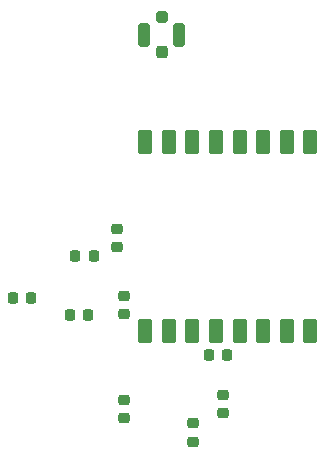
<source format=gbr>
%TF.GenerationSoftware,KiCad,Pcbnew,(6.0.1)*%
%TF.CreationDate,2022-03-28T13:47:26+03:00*%
%TF.ProjectId,fcb,6663622e-6b69-4636-9164-5f7063625858,0*%
%TF.SameCoordinates,Original*%
%TF.FileFunction,Paste,Bot*%
%TF.FilePolarity,Positive*%
%FSLAX46Y46*%
G04 Gerber Fmt 4.6, Leading zero omitted, Abs format (unit mm)*
G04 Created by KiCad (PCBNEW (6.0.1)) date 2022-03-28 13:47:26*
%MOMM*%
%LPD*%
G01*
G04 APERTURE LIST*
G04 Aperture macros list*
%AMRoundRect*
0 Rectangle with rounded corners*
0 $1 Rounding radius*
0 $2 $3 $4 $5 $6 $7 $8 $9 X,Y pos of 4 corners*
0 Add a 4 corners polygon primitive as box body*
4,1,4,$2,$3,$4,$5,$6,$7,$8,$9,$2,$3,0*
0 Add four circle primitives for the rounded corners*
1,1,$1+$1,$2,$3*
1,1,$1+$1,$4,$5*
1,1,$1+$1,$6,$7*
1,1,$1+$1,$8,$9*
0 Add four rect primitives between the rounded corners*
20,1,$1+$1,$2,$3,$4,$5,0*
20,1,$1+$1,$4,$5,$6,$7,0*
20,1,$1+$1,$6,$7,$8,$9,0*
20,1,$1+$1,$8,$9,$2,$3,0*%
G04 Aperture macros list end*
%ADD10RoundRect,0.225000X0.250000X-0.225000X0.250000X0.225000X-0.250000X0.225000X-0.250000X-0.225000X0*%
%ADD11RoundRect,0.225000X-0.225000X-0.250000X0.225000X-0.250000X0.225000X0.250000X-0.225000X0.250000X0*%
%ADD12RoundRect,0.225000X0.225000X0.250000X-0.225000X0.250000X-0.225000X-0.250000X0.225000X-0.250000X0*%
%ADD13RoundRect,0.164042X-0.460958X0.835958X-0.460958X-0.835958X0.460958X-0.835958X0.460958X0.835958X0*%
%ADD14RoundRect,0.225000X-0.250000X0.225000X-0.250000X-0.225000X0.250000X-0.225000X0.250000X0.225000X0*%
%ADD15RoundRect,0.250000X0.250000X0.275000X-0.250000X0.275000X-0.250000X-0.275000X0.250000X-0.275000X0*%
%ADD16RoundRect,0.250000X0.250000X0.750000X-0.250000X0.750000X-0.250000X-0.750000X0.250000X-0.750000X0*%
%ADD17RoundRect,0.250000X0.250000X0.250000X-0.250000X0.250000X-0.250000X-0.250000X0.250000X-0.250000X0*%
G04 APERTURE END LIST*
D10*
%TO.C,C15*%
X150250000Y-103500000D03*
X150250000Y-101950000D03*
%TD*%
D11*
%TO.C,C5*%
X158025000Y-112600000D03*
X159575000Y-112600000D03*
%TD*%
D12*
%TO.C,C7*%
X147800000Y-109200000D03*
X146250000Y-109200000D03*
%TD*%
D13*
%TO.C,U6*%
X152600000Y-94600000D03*
X154600000Y-94600000D03*
X156600000Y-94600000D03*
X158600000Y-94600000D03*
X160600000Y-94600000D03*
X162600000Y-94600000D03*
X164600000Y-94600000D03*
X166600000Y-94600000D03*
X166600000Y-110600000D03*
X164600000Y-110600000D03*
X162600000Y-110600000D03*
X160600000Y-110600000D03*
X158600000Y-110600000D03*
X156600000Y-110600000D03*
X154600000Y-110600000D03*
X152600000Y-110600000D03*
%TD*%
D11*
%TO.C,C16*%
X146700000Y-104250000D03*
X148250000Y-104250000D03*
%TD*%
D14*
%TO.C,C18*%
X159200000Y-116025000D03*
X159200000Y-117575000D03*
%TD*%
D10*
%TO.C,C6*%
X150800000Y-117975000D03*
X150800000Y-116425000D03*
%TD*%
D11*
%TO.C,C14*%
X141425000Y-107800000D03*
X142975000Y-107800000D03*
%TD*%
D10*
%TO.C,C8*%
X150800000Y-109175000D03*
X150800000Y-107625000D03*
%TD*%
D15*
%TO.C,J3*%
X154000000Y-87000000D03*
D16*
X155500000Y-85500000D03*
D17*
X154000000Y-84000000D03*
D16*
X152500000Y-85500000D03*
%TD*%
D14*
%TO.C,C21*%
X156700000Y-118425000D03*
X156700000Y-119975000D03*
%TD*%
M02*

</source>
